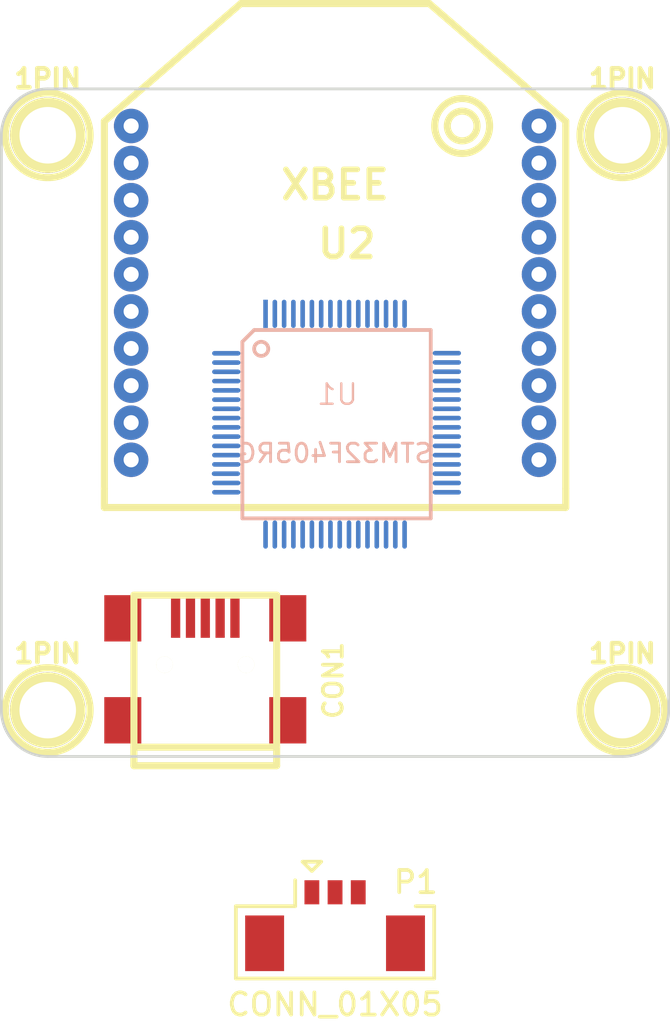
<source format=kicad_pcb>
(kicad_pcb (version 4) (host pcbnew "(2014-jul-16 BZR unknown)-product")

  (general
    (links 0)
    (no_connects 1)
    (area 67.884528 64.951499 106.230501 120.569001)
    (thickness 1.6)
    (drawings 8)
    (tracks 0)
    (zones 0)
    (modules 8)
    (nets 97)
  )

  (page A4)
  (layers
    (0 F.Cu signal)
    (31 B.Cu signal)
    (32 B.Adhes user)
    (33 F.Adhes user)
    (34 B.Paste user)
    (35 F.Paste user)
    (36 B.SilkS user)
    (37 F.SilkS user)
    (38 B.Mask user)
    (39 F.Mask user)
    (40 Dwgs.User user)
    (41 Cmts.User user)
    (42 Eco1.User user)
    (43 Eco2.User user)
    (44 Edge.Cuts user)
    (45 Margin user)
    (46 B.CrtYd user)
    (47 F.CrtYd user)
    (48 B.Fab user)
    (49 F.Fab user)
  )

  (setup
    (last_trace_width 0.254)
    (trace_clearance 0.254)
    (zone_clearance 0.508)
    (zone_45_only no)
    (trace_min 0.254)
    (segment_width 0.2)
    (edge_width 0.15)
    (via_size 0.889)
    (via_drill 0.635)
    (via_min_size 0.889)
    (via_min_drill 0.508)
    (uvia_size 0.508)
    (uvia_drill 0.127)
    (uvias_allowed no)
    (uvia_min_size 0.508)
    (uvia_min_drill 0.127)
    (pcb_text_width 0.3)
    (pcb_text_size 1 1)
    (mod_edge_width 0.15)
    (mod_text_size 1 1)
    (mod_text_width 0.15)
    (pad_size 4.064 4.064)
    (pad_drill 3.048)
    (pad_to_mask_clearance 0)
    (aux_axis_origin 0 0)
    (visible_elements FFFFFF7F)
    (pcbplotparams
      (layerselection 0x00030_80000001)
      (usegerberextensions false)
      (excludeedgelayer true)
      (linewidth 0.100000)
      (plotframeref false)
      (viasonmask false)
      (mode 1)
      (useauxorigin false)
      (hpglpennumber 1)
      (hpglpenspeed 20)
      (hpglpendiameter 15)
      (hpglpenoverlay 2)
      (psnegative false)
      (psa4output false)
      (plotreference true)
      (plotvalue true)
      (plotinvisibletext false)
      (padsonsilk false)
      (subtractmaskfromsilk false)
      (outputformat 1)
      (mirror false)
      (drillshape 0)
      (scaleselection 1)
      (outputdirectory ""))
  )

  (net 0 "")
  (net 1 "Net-(U1-Pad1)")
  (net 2 "Net-(U1-Pad2)")
  (net 3 "Net-(U1-Pad3)")
  (net 4 "Net-(U1-Pad4)")
  (net 5 "Net-(U1-Pad5)")
  (net 6 "Net-(U1-Pad6)")
  (net 7 "Net-(U1-Pad7)")
  (net 8 "Net-(U1-Pad8)")
  (net 9 "Net-(U1-Pad9)")
  (net 10 "Net-(U1-Pad10)")
  (net 11 "Net-(U1-Pad11)")
  (net 12 "Net-(U1-Pad12)")
  (net 13 "Net-(U1-Pad13)")
  (net 14 "Net-(U1-Pad14)")
  (net 15 "Net-(U1-Pad15)")
  (net 16 "Net-(U1-Pad16)")
  (net 17 "Net-(U1-Pad17)")
  (net 18 "Net-(U1-Pad18)")
  (net 19 "Net-(U1-Pad19)")
  (net 20 "Net-(U1-Pad20)")
  (net 21 "Net-(U1-Pad21)")
  (net 22 "Net-(U1-Pad22)")
  (net 23 "Net-(U1-Pad23)")
  (net 24 "Net-(U1-Pad24)")
  (net 25 "Net-(U1-Pad25)")
  (net 26 "Net-(U1-Pad26)")
  (net 27 "Net-(U1-Pad27)")
  (net 28 "Net-(U1-Pad28)")
  (net 29 "Net-(U1-Pad29)")
  (net 30 "Net-(U1-Pad30)")
  (net 31 "Net-(U1-Pad31)")
  (net 32 "Net-(U1-Pad32)")
  (net 33 "Net-(U1-Pad33)")
  (net 34 "Net-(U1-Pad34)")
  (net 35 "Net-(U1-Pad35)")
  (net 36 "Net-(U1-Pad36)")
  (net 37 "Net-(U1-Pad37)")
  (net 38 "Net-(U1-Pad38)")
  (net 39 "Net-(U1-Pad39)")
  (net 40 "Net-(U1-Pad40)")
  (net 41 "Net-(U1-Pad41)")
  (net 42 "Net-(U1-Pad42)")
  (net 43 "Net-(U1-Pad43)")
  (net 44 "Net-(U1-Pad44)")
  (net 45 "Net-(U1-Pad45)")
  (net 46 "Net-(U1-Pad46)")
  (net 47 "Net-(U1-Pad47)")
  (net 48 "Net-(U1-Pad48)")
  (net 49 "Net-(U1-Pad49)")
  (net 50 "Net-(U1-Pad50)")
  (net 51 "Net-(U1-Pad51)")
  (net 52 "Net-(U1-Pad52)")
  (net 53 "Net-(U1-Pad53)")
  (net 54 "Net-(U1-Pad54)")
  (net 55 "Net-(U1-Pad55)")
  (net 56 "Net-(U1-Pad56)")
  (net 57 "Net-(U1-Pad57)")
  (net 58 "Net-(U1-Pad58)")
  (net 59 "Net-(U1-Pad59)")
  (net 60 "Net-(U1-Pad60)")
  (net 61 "Net-(U1-Pad61)")
  (net 62 "Net-(U1-Pad62)")
  (net 63 "Net-(U1-Pad63)")
  (net 64 "Net-(U1-Pad64)")
  (net 65 "Net-(U2-Pad20)")
  (net 66 "Net-(U2-Pad16)")
  (net 67 "Net-(U2-Pad14)")
  (net 68 "Net-(U2-Pad15)")
  (net 69 "Net-(U2-Pad18)")
  (net 70 "Net-(U2-Pad17)")
  (net 71 "Net-(U2-Pad19)")
  (net 72 "Net-(U2-Pad12)")
  (net 73 "Net-(U2-Pad11)")
  (net 74 "Net-(U2-Pad13)")
  (net 75 "Net-(U2-Pad8)")
  (net 76 "Net-(U2-Pad10)")
  (net 77 "Net-(U2-Pad9)")
  (net 78 "Net-(U2-Pad2)")
  (net 79 "Net-(U2-Pad4)")
  (net 80 "Net-(U2-Pad3)")
  (net 81 "Net-(U2-Pad6)")
  (net 82 "Net-(U2-Pad7)")
  (net 83 "Net-(U2-Pad5)")
  (net 84 "Net-(U2-Pad1)")
  (net 85 "Net-(CON1-Pad1)")
  (net 86 "Net-(CON1-Pad2)")
  (net 87 "Net-(CON1-Pad3)")
  (net 88 "Net-(CON1-Pad4)")
  (net 89 "Net-(CON1-Pad5)")
  (net 90 "Net-(CON1-Pad6)")
  (net 91 "Net-(CON1-Pad7)")
  (net 92 "Net-(CON1-Pad8)")
  (net 93 "Net-(CON1-Pad9)")
  (net 94 "Net-(P1-Pad1)")
  (net 95 "Net-(P1-Pad2)")
  (net 96 "Net-(P1-Pad3)")

  (net_class Default "Dies ist die voreingestellte Netzklasse."
    (clearance 0.254)
    (trace_width 0.254)
    (via_dia 0.889)
    (via_drill 0.635)
    (uvia_dia 0.508)
    (uvia_drill 0.127)
    (add_net "Net-(CON1-Pad1)")
    (add_net "Net-(CON1-Pad2)")
    (add_net "Net-(CON1-Pad3)")
    (add_net "Net-(CON1-Pad4)")
    (add_net "Net-(CON1-Pad5)")
    (add_net "Net-(CON1-Pad6)")
    (add_net "Net-(CON1-Pad7)")
    (add_net "Net-(CON1-Pad8)")
    (add_net "Net-(CON1-Pad9)")
    (add_net "Net-(P1-Pad1)")
    (add_net "Net-(P1-Pad2)")
    (add_net "Net-(P1-Pad3)")
    (add_net "Net-(U1-Pad1)")
    (add_net "Net-(U1-Pad10)")
    (add_net "Net-(U1-Pad11)")
    (add_net "Net-(U1-Pad12)")
    (add_net "Net-(U1-Pad13)")
    (add_net "Net-(U1-Pad14)")
    (add_net "Net-(U1-Pad15)")
    (add_net "Net-(U1-Pad16)")
    (add_net "Net-(U1-Pad17)")
    (add_net "Net-(U1-Pad18)")
    (add_net "Net-(U1-Pad19)")
    (add_net "Net-(U1-Pad2)")
    (add_net "Net-(U1-Pad20)")
    (add_net "Net-(U1-Pad21)")
    (add_net "Net-(U1-Pad22)")
    (add_net "Net-(U1-Pad23)")
    (add_net "Net-(U1-Pad24)")
    (add_net "Net-(U1-Pad25)")
    (add_net "Net-(U1-Pad26)")
    (add_net "Net-(U1-Pad27)")
    (add_net "Net-(U1-Pad28)")
    (add_net "Net-(U1-Pad29)")
    (add_net "Net-(U1-Pad3)")
    (add_net "Net-(U1-Pad30)")
    (add_net "Net-(U1-Pad31)")
    (add_net "Net-(U1-Pad32)")
    (add_net "Net-(U1-Pad33)")
    (add_net "Net-(U1-Pad34)")
    (add_net "Net-(U1-Pad35)")
    (add_net "Net-(U1-Pad36)")
    (add_net "Net-(U1-Pad37)")
    (add_net "Net-(U1-Pad38)")
    (add_net "Net-(U1-Pad39)")
    (add_net "Net-(U1-Pad4)")
    (add_net "Net-(U1-Pad40)")
    (add_net "Net-(U1-Pad41)")
    (add_net "Net-(U1-Pad42)")
    (add_net "Net-(U1-Pad43)")
    (add_net "Net-(U1-Pad44)")
    (add_net "Net-(U1-Pad45)")
    (add_net "Net-(U1-Pad46)")
    (add_net "Net-(U1-Pad47)")
    (add_net "Net-(U1-Pad48)")
    (add_net "Net-(U1-Pad49)")
    (add_net "Net-(U1-Pad5)")
    (add_net "Net-(U1-Pad50)")
    (add_net "Net-(U1-Pad51)")
    (add_net "Net-(U1-Pad52)")
    (add_net "Net-(U1-Pad53)")
    (add_net "Net-(U1-Pad54)")
    (add_net "Net-(U1-Pad55)")
    (add_net "Net-(U1-Pad56)")
    (add_net "Net-(U1-Pad57)")
    (add_net "Net-(U1-Pad58)")
    (add_net "Net-(U1-Pad59)")
    (add_net "Net-(U1-Pad6)")
    (add_net "Net-(U1-Pad60)")
    (add_net "Net-(U1-Pad61)")
    (add_net "Net-(U1-Pad62)")
    (add_net "Net-(U1-Pad63)")
    (add_net "Net-(U1-Pad64)")
    (add_net "Net-(U1-Pad7)")
    (add_net "Net-(U1-Pad8)")
    (add_net "Net-(U1-Pad9)")
    (add_net "Net-(U2-Pad1)")
    (add_net "Net-(U2-Pad10)")
    (add_net "Net-(U2-Pad11)")
    (add_net "Net-(U2-Pad12)")
    (add_net "Net-(U2-Pad13)")
    (add_net "Net-(U2-Pad14)")
    (add_net "Net-(U2-Pad15)")
    (add_net "Net-(U2-Pad16)")
    (add_net "Net-(U2-Pad17)")
    (add_net "Net-(U2-Pad18)")
    (add_net "Net-(U2-Pad19)")
    (add_net "Net-(U2-Pad2)")
    (add_net "Net-(U2-Pad20)")
    (add_net "Net-(U2-Pad3)")
    (add_net "Net-(U2-Pad4)")
    (add_net "Net-(U2-Pad5)")
    (add_net "Net-(U2-Pad6)")
    (add_net "Net-(U2-Pad7)")
    (add_net "Net-(U2-Pad8)")
    (add_net "Net-(U2-Pad9)")
  )

  (module Connect:USB_MINI_B (layer F.Cu) (tedit 5460D81B) (tstamp 5460ECEA)
    (at 81 101.9 90)
    (descr "USB Mini-B 5-pin SMD connector")
    (tags "USB, Mini-B, connector")
    (path /5460D801)
    (fp_text reference CON1 (at 0 6.90118 90) (layer F.SilkS)
      (effects (font (size 1.016 1.016) (thickness 0.2032)))
    )
    (fp_text value USB-MICRO-B (at 0 -7.0993 90) (layer F.SilkS) hide
      (effects (font (size 1.016 1.016) (thickness 0.2032)))
    )
    (fp_line (start -3.59918 -3.85064) (end -3.59918 3.85064) (layer F.SilkS) (width 0.381))
    (fp_line (start -4.59994 -3.85064) (end -4.59994 3.85064) (layer F.SilkS) (width 0.381))
    (fp_line (start -4.59994 3.85064) (end 4.59994 3.85064) (layer F.SilkS) (width 0.381))
    (fp_line (start 4.59994 3.85064) (end 4.59994 -3.85064) (layer F.SilkS) (width 0.381))
    (fp_line (start 4.59994 -3.85064) (end -4.59994 -3.85064) (layer F.SilkS) (width 0.381))
    (pad 1 smd rect (at 3.44932 -1.6002 90) (size 2.30124 0.50038) (layers F.Cu F.Paste F.Mask)
      (net 85 "Net-(CON1-Pad1)"))
    (pad 2 smd rect (at 3.44932 -0.8001 90) (size 2.30124 0.50038) (layers F.Cu F.Paste F.Mask)
      (net 86 "Net-(CON1-Pad2)"))
    (pad 3 smd rect (at 3.44932 0 90) (size 2.30124 0.50038) (layers F.Cu F.Paste F.Mask)
      (net 87 "Net-(CON1-Pad3)"))
    (pad 4 smd rect (at 3.44932 0.8001 90) (size 2.30124 0.50038) (layers F.Cu F.Paste F.Mask)
      (net 88 "Net-(CON1-Pad4)"))
    (pad 5 smd rect (at 3.44932 1.6002 90) (size 2.30124 0.50038) (layers F.Cu F.Paste F.Mask)
      (net 89 "Net-(CON1-Pad5)"))
    (pad 6 smd rect (at 3.35026 -4.45008 90) (size 2.49936 1.99898) (layers F.Cu F.Paste F.Mask)
      (net 90 "Net-(CON1-Pad6)"))
    (pad 7 smd rect (at -2.14884 -4.45008 90) (size 2.49936 1.99898) (layers F.Cu F.Paste F.Mask)
      (net 91 "Net-(CON1-Pad7)"))
    (pad 8 smd rect (at 3.35026 4.45008 90) (size 2.49936 1.99898) (layers F.Cu F.Paste F.Mask)
      (net 92 "Net-(CON1-Pad8)"))
    (pad 9 smd rect (at -2.14884 4.45008 90) (size 2.49936 1.99898) (layers F.Cu F.Paste F.Mask)
      (net 93 "Net-(CON1-Pad9)"))
    (pad "" np_thru_hole circle (at 0.8509 -2.19964 90) (size 0.89916 0.89916) (drill 0.89916) (layers *.Cu *.Mask F.SilkS))
    (pad 2 np_thru_hole circle (at 0.8509 2.19964 90) (size 0.89916 0.89916) (drill 0.89916) (layers *.Cu *.Mask F.SilkS)
      (net 86 "Net-(CON1-Pad2)"))
  )

  (module SMD_Packages:TQFP-64 (layer B.Cu) (tedit 5460DF42) (tstamp 5460EB32)
    (at 88 88)
    (tags "TQFP64 TQFP SMD IC")
    (path /5460C69C)
    (fp_text reference U1 (at 0.127 -1.524) (layer B.SilkS)
      (effects (font (size 1.09982 1.09982) (thickness 0.127)) (justify mirror))
    )
    (fp_text value STM32F405RG (at 0 1.651) (layer B.SilkS)
      (effects (font (size 1.00076 1.00076) (thickness 0.1524)) (justify mirror))
    )
    (fp_circle (center -3.98272 -3.98272) (end -3.98272 -3.60172) (layer B.SilkS) (width 0.2032))
    (fp_line (start 5.16128 5.16128) (end -4.99872 5.16128) (layer B.SilkS) (width 0.2032))
    (fp_line (start -4.99872 5.16128) (end -4.99872 -4.36372) (layer B.SilkS) (width 0.2032))
    (fp_line (start -4.99872 -4.36372) (end -4.36372 -4.99872) (layer B.SilkS) (width 0.2032))
    (fp_line (start -4.36372 -4.99872) (end 5.16128 -4.99872) (layer B.SilkS) (width 0.2032))
    (fp_line (start 5.16128 -4.99872) (end 5.16128 5.16128) (layer B.SilkS) (width 0.2032))
    (pad 1 smd rect (at -3.74904 -5.86994) (size 0.24892 1.524) (layers B.Cu B.Paste B.Mask)
      (net 1 "Net-(U1-Pad1)"))
    (pad 2 smd oval (at -3.24866 -5.86994) (size 0.24892 1.524) (layers B.Cu B.Paste B.Mask)
      (net 2 "Net-(U1-Pad2)"))
    (pad 3 smd oval (at -2.74828 -5.86994) (size 0.24892 1.524) (layers B.Cu B.Paste B.Mask)
      (net 3 "Net-(U1-Pad3)"))
    (pad 4 smd oval (at -2.2479 -5.86994) (size 0.24892 1.524) (layers B.Cu B.Paste B.Mask)
      (net 4 "Net-(U1-Pad4)"))
    (pad 5 smd oval (at -1.74752 -5.86994) (size 0.24892 1.524) (layers B.Cu B.Paste B.Mask)
      (net 5 "Net-(U1-Pad5)"))
    (pad 6 smd oval (at -1.24968 -5.86994) (size 0.24892 1.524) (layers B.Cu B.Paste B.Mask)
      (net 6 "Net-(U1-Pad6)"))
    (pad 7 smd oval (at -0.7493 -5.86994) (size 0.24892 1.524) (layers B.Cu B.Paste B.Mask)
      (net 7 "Net-(U1-Pad7)"))
    (pad 8 smd oval (at -0.24892 -5.86994) (size 0.24892 1.524) (layers B.Cu B.Paste B.Mask)
      (net 8 "Net-(U1-Pad8)"))
    (pad 9 smd oval (at 0.25146 -5.86994) (size 0.24892 1.524) (layers B.Cu B.Paste B.Mask)
      (net 9 "Net-(U1-Pad9)"))
    (pad 10 smd oval (at 0.75184 -5.86994) (size 0.24892 1.524) (layers B.Cu B.Paste B.Mask)
      (net 10 "Net-(U1-Pad10)"))
    (pad 11 smd oval (at 1.25222 -5.86994) (size 0.24892 1.524) (layers B.Cu B.Paste B.Mask)
      (net 11 "Net-(U1-Pad11)"))
    (pad 12 smd oval (at 1.75006 -5.86994) (size 0.24892 1.524) (layers B.Cu B.Paste B.Mask)
      (net 12 "Net-(U1-Pad12)"))
    (pad 13 smd oval (at 2.25044 -5.86994) (size 0.24892 1.524) (layers B.Cu B.Paste B.Mask)
      (net 13 "Net-(U1-Pad13)"))
    (pad 14 smd oval (at 2.75082 -5.86994) (size 0.24892 1.524) (layers B.Cu B.Paste B.Mask)
      (net 14 "Net-(U1-Pad14)"))
    (pad 15 smd oval (at 3.2512 -5.86994) (size 0.24892 1.524) (layers B.Cu B.Paste B.Mask)
      (net 15 "Net-(U1-Pad15)"))
    (pad 16 smd oval (at 3.75158 -5.86994) (size 0.24892 1.524) (layers B.Cu B.Paste B.Mask)
      (net 16 "Net-(U1-Pad16)"))
    (pad 17 smd oval (at 6.0325 -3.74904) (size 1.524 0.24892) (layers B.Cu B.Paste B.Mask)
      (net 17 "Net-(U1-Pad17)"))
    (pad 18 smd oval (at 6.0325 -3.24866) (size 1.524 0.24892) (layers B.Cu B.Paste B.Mask)
      (net 18 "Net-(U1-Pad18)"))
    (pad 19 smd oval (at 6.0325 -2.74828) (size 1.524 0.24892) (layers B.Cu B.Paste B.Mask)
      (net 19 "Net-(U1-Pad19)"))
    (pad 20 smd oval (at 6.0325 -2.2479) (size 1.524 0.24892) (layers B.Cu B.Paste B.Mask)
      (net 20 "Net-(U1-Pad20)"))
    (pad 21 smd oval (at 6.0325 -1.74752) (size 1.524 0.24892) (layers B.Cu B.Paste B.Mask)
      (net 21 "Net-(U1-Pad21)"))
    (pad 22 smd oval (at 6.0325 -1.24968) (size 1.524 0.24892) (layers B.Cu B.Paste B.Mask)
      (net 22 "Net-(U1-Pad22)"))
    (pad 23 smd oval (at 6.0325 -0.7493) (size 1.524 0.24892) (layers B.Cu B.Paste B.Mask)
      (net 23 "Net-(U1-Pad23)"))
    (pad 24 smd oval (at 6.0325 -0.24892) (size 1.524 0.24892) (layers B.Cu B.Paste B.Mask)
      (net 24 "Net-(U1-Pad24)"))
    (pad 25 smd oval (at 6.0325 0.25146) (size 1.524 0.24892) (layers B.Cu B.Paste B.Mask)
      (net 25 "Net-(U1-Pad25)"))
    (pad 26 smd oval (at 6.0325 0.75184) (size 1.524 0.24892) (layers B.Cu B.Paste B.Mask)
      (net 26 "Net-(U1-Pad26)"))
    (pad 27 smd oval (at 6.0325 1.25222) (size 1.524 0.24892) (layers B.Cu B.Paste B.Mask)
      (net 27 "Net-(U1-Pad27)"))
    (pad 28 smd oval (at 6.0325 1.75006) (size 1.524 0.24892) (layers B.Cu B.Paste B.Mask)
      (net 28 "Net-(U1-Pad28)"))
    (pad 29 smd oval (at 6.0325 2.25044) (size 1.524 0.24892) (layers B.Cu B.Paste B.Mask)
      (net 29 "Net-(U1-Pad29)"))
    (pad 30 smd oval (at 6.0325 2.75082) (size 1.524 0.24892) (layers B.Cu B.Paste B.Mask)
      (net 30 "Net-(U1-Pad30)"))
    (pad 31 smd oval (at 6.0325 3.2512) (size 1.524 0.24892) (layers B.Cu B.Paste B.Mask)
      (net 31 "Net-(U1-Pad31)"))
    (pad 32 smd oval (at 6.0325 3.75158) (size 1.524 0.24892) (layers B.Cu B.Paste B.Mask)
      (net 32 "Net-(U1-Pad32)"))
    (pad 33 smd oval (at 3.75158 6.0325) (size 0.24892 1.524) (layers B.Cu B.Paste B.Mask)
      (net 33 "Net-(U1-Pad33)"))
    (pad 34 smd oval (at 3.2512 6.0325) (size 0.24892 1.524) (layers B.Cu B.Paste B.Mask)
      (net 34 "Net-(U1-Pad34)"))
    (pad 35 smd oval (at 2.75082 6.0325) (size 0.24892 1.524) (layers B.Cu B.Paste B.Mask)
      (net 35 "Net-(U1-Pad35)"))
    (pad 36 smd oval (at 2.25044 6.0325) (size 0.24892 1.524) (layers B.Cu B.Paste B.Mask)
      (net 36 "Net-(U1-Pad36)"))
    (pad 37 smd oval (at 1.75006 6.0325) (size 0.24892 1.524) (layers B.Cu B.Paste B.Mask)
      (net 37 "Net-(U1-Pad37)"))
    (pad 38 smd oval (at 1.25222 6.0325) (size 0.24892 1.524) (layers B.Cu B.Paste B.Mask)
      (net 38 "Net-(U1-Pad38)"))
    (pad 39 smd oval (at 0.75184 6.0325) (size 0.24892 1.524) (layers B.Cu B.Paste B.Mask)
      (net 39 "Net-(U1-Pad39)"))
    (pad 40 smd oval (at 0.25146 6.0325) (size 0.24892 1.524) (layers B.Cu B.Paste B.Mask)
      (net 40 "Net-(U1-Pad40)"))
    (pad 41 smd oval (at -0.24892 6.0325) (size 0.24892 1.524) (layers B.Cu B.Paste B.Mask)
      (net 41 "Net-(U1-Pad41)"))
    (pad 42 smd oval (at -0.7493 6.0325) (size 0.24892 1.524) (layers B.Cu B.Paste B.Mask)
      (net 42 "Net-(U1-Pad42)"))
    (pad 43 smd oval (at -1.24968 6.0325) (size 0.24892 1.524) (layers B.Cu B.Paste B.Mask)
      (net 43 "Net-(U1-Pad43)"))
    (pad 44 smd oval (at -1.74752 6.0325) (size 0.24892 1.524) (layers B.Cu B.Paste B.Mask)
      (net 44 "Net-(U1-Pad44)"))
    (pad 45 smd oval (at -2.2479 6.0325) (size 0.24892 1.524) (layers B.Cu B.Paste B.Mask)
      (net 45 "Net-(U1-Pad45)"))
    (pad 46 smd oval (at -2.74828 6.0325) (size 0.24892 1.524) (layers B.Cu B.Paste B.Mask)
      (net 46 "Net-(U1-Pad46)"))
    (pad 47 smd oval (at -3.24866 6.0325) (size 0.24892 1.524) (layers B.Cu B.Paste B.Mask)
      (net 47 "Net-(U1-Pad47)"))
    (pad 48 smd oval (at -3.74904 6.0325) (size 0.24892 1.524) (layers B.Cu B.Paste B.Mask)
      (net 48 "Net-(U1-Pad48)"))
    (pad 49 smd oval (at -5.86994 3.75158) (size 1.524 0.24892) (layers B.Cu B.Paste B.Mask)
      (net 49 "Net-(U1-Pad49)"))
    (pad 50 smd oval (at -5.86994 3.2512) (size 1.524 0.24892) (layers B.Cu B.Paste B.Mask)
      (net 50 "Net-(U1-Pad50)"))
    (pad 52 smd oval (at -5.86994 2.25044) (size 1.524 0.24892) (layers B.Cu B.Paste B.Mask)
      (net 52 "Net-(U1-Pad52)"))
    (pad 51 smd oval (at -5.88772 2.75082) (size 1.524 0.24892) (layers B.Cu B.Paste B.Mask)
      (net 51 "Net-(U1-Pad51)"))
    (pad 53 smd oval (at -5.86994 1.75006) (size 1.524 0.24892) (layers B.Cu B.Paste B.Mask)
      (net 53 "Net-(U1-Pad53)"))
    (pad 54 smd oval (at -5.86994 1.25222) (size 1.524 0.24892) (layers B.Cu B.Paste B.Mask)
      (net 54 "Net-(U1-Pad54)"))
    (pad 55 smd oval (at -5.86994 0.75184) (size 1.524 0.24892) (layers B.Cu B.Paste B.Mask)
      (net 55 "Net-(U1-Pad55)"))
    (pad 56 smd oval (at -5.86994 0.25146) (size 1.524 0.24892) (layers B.Cu B.Paste B.Mask)
      (net 56 "Net-(U1-Pad56)"))
    (pad 57 smd oval (at -5.86994 -0.24892) (size 1.524 0.24892) (layers B.Cu B.Paste B.Mask)
      (net 57 "Net-(U1-Pad57)"))
    (pad 58 smd oval (at -5.86994 -0.7493) (size 1.524 0.24892) (layers B.Cu B.Paste B.Mask)
      (net 58 "Net-(U1-Pad58)"))
    (pad 59 smd oval (at -5.86994 -1.24206) (size 1.524 0.24892) (layers B.Cu B.Paste B.Mask)
      (net 59 "Net-(U1-Pad59)"))
    (pad 60 smd oval (at -5.86994 -1.74244) (size 1.524 0.24892) (layers B.Cu B.Paste B.Mask)
      (net 60 "Net-(U1-Pad60)"))
    (pad 61 smd oval (at -5.86994 -2.24282) (size 1.524 0.24892) (layers B.Cu B.Paste B.Mask)
      (net 61 "Net-(U1-Pad61)"))
    (pad 62 smd oval (at -5.86994 -2.7432) (size 1.524 0.24892) (layers B.Cu B.Paste B.Mask)
      (net 62 "Net-(U1-Pad62)"))
    (pad 63 smd oval (at -5.86994 -3.24104) (size 1.524 0.24892) (layers B.Cu B.Paste B.Mask)
      (net 63 "Net-(U1-Pad63)"))
    (pad 64 smd oval (at -5.86994 -3.74142) (size 1.524 0.24892) (layers B.Cu B.Paste B.Mask)
      (net 64 "Net-(U1-Pad64)"))
    (model smd/TQFP_64.wrl
      (at (xyz 0 0 0.001))
      (scale (xyz 0.3937 0.3937 0.3937))
      (rotate (xyz 0 0 0))
    )
  )

  (module Connectors_Molex:Connector_Molex_PicoBlade_53398-0371 (layer F.Cu) (tedit 5460DF50) (tstamp 5460EB98)
    (at 88 116.075001)
    (descr "Molex PicoBlade 1.25mm shrouded header. Vertical, SMD. 3 ways")
    (path /5460DA67)
    (fp_text reference P1 (at 4.35 -3.3) (layer F.SilkS)
      (effects (font (size 1.2 1.2) (thickness 0.2)))
    )
    (fp_text value CONN_01X05 (at 0 3.3) (layer F.SilkS)
      (effects (font (size 1.2 1.2) (thickness 0.2)))
    )
    (fp_line (start -2.15 -3.4) (end -2.15 -2) (layer F.SilkS) (width 0.2))
    (fp_line (start -2.15 -2) (end -5.35 -2) (layer F.SilkS) (width 0.2))
    (fp_line (start -5.35 -2) (end -5.35 1.9) (layer F.SilkS) (width 0.2))
    (fp_line (start -5.35 1.9) (end 5.35 1.9) (layer F.SilkS) (width 0.2))
    (fp_line (start 5.35 1.9) (end 5.35 -2) (layer F.SilkS) (width 0.2))
    (fp_line (start 5.35 -2) (end 4.35 -2) (layer F.SilkS) (width 0.2))
    (fp_line (start -1.25 -3.9) (end -1.75 -4.4) (layer F.SilkS) (width 0.2))
    (fp_line (start -1.75 -4.4) (end -0.75 -4.4) (layer F.SilkS) (width 0.2))
    (fp_line (start -0.75 -4.4) (end -1.25 -3.9) (layer F.SilkS) (width 0.2))
    (fp_line (start -2.75 -2.1) (end -2.75 1.9) (layer F.Adhes) (width 0.2))
    (fp_line (start -2.75 1.9) (end 2.75 1.9) (layer F.Adhes) (width 0.2))
    (fp_line (start 2.75 1.9) (end 2.75 -2.1) (layer F.Adhes) (width 0.2))
    (fp_line (start 2.75 -2.1) (end -2.75 -2.1) (layer F.Adhes) (width 0.2))
    (fp_line (start 2.75 -1.5) (end 4.85 -1.5) (layer F.Adhes) (width 0.2))
    (fp_line (start 4.85 -1.5) (end 4.85 1.5) (layer F.Adhes) (width 0.2))
    (fp_line (start 4.85 1.5) (end 2.75 1.5) (layer F.Adhes) (width 0.2))
    (fp_line (start -2.75 -1.5) (end -4.85 -1.5) (layer F.Adhes) (width 0.2))
    (fp_line (start -4.85 -1.5) (end -4.85 1.5) (layer F.Adhes) (width 0.2))
    (fp_line (start -4.85 1.5) (end -2.75 1.5) (layer F.Adhes) (width 0.2))
    (fp_line (start -2.75 -2.1) (end -1.25 -0.6) (layer F.Adhes) (width 0.2))
    (fp_line (start -1.25 -0.6) (end 0.25 -2.1) (layer F.Adhes) (width 0.2))
    (pad 1 smd rect (at -1.25 -2.75) (size 0.8 1.3) (layers F.Cu F.Paste F.Mask)
      (net 94 "Net-(P1-Pad1)"))
    (pad 2 smd rect (at 0 -2.75) (size 0.8 1.3) (layers F.Cu F.Paste F.Mask)
      (net 95 "Net-(P1-Pad2)"))
    (pad 3 smd rect (at 1.25 -2.75) (size 0.8 1.3) (layers F.Cu F.Paste F.Mask)
      (net 96 "Net-(P1-Pad3)"))
    (pad "" smd rect (at -3.8 0) (size 2.1 3) (layers F.Cu F.Paste F.Mask))
    (pad "" smd rect (at 3.8 0) (size 2.1 3) (layers F.Cu F.Paste F.Mask))
  )

  (module Connect:1pin (layer F.Cu) (tedit 5460E55C) (tstamp 5460EF9B)
    (at 72.5 103.5)
    (descr "module 1 pin (ou trou mecanique de percage)")
    (tags DEV)
    (fp_text reference 1PIN (at 0 -3.048) (layer F.SilkS)
      (effects (font (size 1.016 1.016) (thickness 0.254)))
    )
    (fp_text value P*** (at 0 2.794) (layer F.SilkS) hide
      (effects (font (size 1.016 1.016) (thickness 0.254)))
    )
    (fp_circle (center 0 0) (end 0 -2.286) (layer F.SilkS) (width 0.381))
    (pad 1 thru_hole circle (at 0 0) (size 4.064 4.064) (drill 3.048) (layers *.Cu *.Mask F.SilkS))
  )

  (module Connect:1pin (layer F.Cu) (tedit 5460E576) (tstamp 5460EF9C)
    (at 103.5 103.5)
    (descr "module 1 pin (ou trou mecanique de percage)")
    (tags DEV)
    (fp_text reference 1PIN (at 0 -3.048) (layer F.SilkS)
      (effects (font (size 1.016 1.016) (thickness 0.254)))
    )
    (fp_text value P*** (at 0 2.794) (layer F.SilkS) hide
      (effects (font (size 1.016 1.016) (thickness 0.254)))
    )
    (fp_circle (center 0 0) (end 0 -2.286) (layer F.SilkS) (width 0.381))
    (pad 1 thru_hole circle (at 0 0) (size 4.064 4.064) (drill 3.048) (layers *.Cu *.Mask F.SilkS))
  )

  (module Connect:1pin (layer F.Cu) (tedit 5460E582) (tstamp 5460EF9D)
    (at 103.5 72.5)
    (descr "module 1 pin (ou trou mecanique de percage)")
    (tags DEV)
    (fp_text reference 1PIN (at 0 -3.048) (layer F.SilkS)
      (effects (font (size 1.016 1.016) (thickness 0.254)))
    )
    (fp_text value P*** (at 0 2.794) (layer F.SilkS) hide
      (effects (font (size 1.016 1.016) (thickness 0.254)))
    )
    (fp_circle (center 0 0) (end 0 -2.286) (layer F.SilkS) (width 0.381))
    (pad 1 thru_hole circle (at 0 0) (size 4.064 4.064) (drill 3.048) (layers *.Cu *.Mask F.SilkS))
  )

  (module XBee:XBee (layer F.Cu) (tedit 4C28F2EB) (tstamp 5460F047)
    (at 88 72)
    (path /5460D72E)
    (fp_text reference U2 (at 0.635 6.35) (layer F.SilkS)
      (effects (font (thickness 0.3048)))
    )
    (fp_text value XBEE (at 0 3.175) (layer F.SilkS)
      (effects (font (thickness 0.3048)))
    )
    (fp_line (start -12.446 19.558) (end -12.446 20.574) (layer F.SilkS) (width 0.381))
    (fp_line (start 12.446 19.558) (end 12.446 20.574) (layer F.SilkS) (width 0.381))
    (fp_circle (center 6.858 0) (end 7.62 0.254) (layer F.SilkS) (width 0.381))
    (fp_circle (center 6.858 0) (end 8.128 0.762) (layer F.SilkS) (width 0.381))
    (fp_line (start -12.446 19.558) (end -12.446 -0.254) (layer F.SilkS) (width 0.381))
    (fp_line (start 12.446 0) (end 12.446 -0.254) (layer F.SilkS) (width 0.381))
    (fp_line (start 12.446 19.558) (end 12.446 0) (layer F.SilkS) (width 0.381))
    (fp_line (start -12.446 20.574) (end 12.446 20.574) (layer F.SilkS) (width 0.381))
    (fp_line (start 12.446 -0.254) (end 5.08 -6.604) (layer F.SilkS) (width 0.381))
    (fp_line (start -12.446 -0.254) (end -5.08 -6.604) (layer F.SilkS) (width 0.381))
    (fp_line (start -5.08 -6.604) (end 5.08 -6.604) (layer F.SilkS) (width 0.381))
    (pad 20 thru_hole circle (at 11.00074 0) (size 1.85928 1.85928) (drill 0.8128) (layers *.Cu)
      (net 65 "Net-(U2-Pad20)"))
    (pad 16 thru_hole circle (at 11.00074 8.001) (size 1.85928 1.85928) (drill 0.8128) (layers *.Cu)
      (net 66 "Net-(U2-Pad16)"))
    (pad 14 thru_hole circle (at 11.00074 11.99896) (size 1.85928 1.85928) (drill 0.8128) (layers *.Cu)
      (net 67 "Net-(U2-Pad14)"))
    (pad 15 thru_hole circle (at 11.00074 9.99998) (size 1.85928 1.85928) (drill 0.8128) (layers *.Cu)
      (net 68 "Net-(U2-Pad15)"))
    (pad 18 thru_hole circle (at 11.00074 4.0005) (size 1.85928 1.85928) (drill 0.8128) (layers *.Cu)
      (net 69 "Net-(U2-Pad18)"))
    (pad 17 thru_hole circle (at 11.00074 5.99948) (size 1.85928 1.85928) (drill 0.8128) (layers *.Cu)
      (net 70 "Net-(U2-Pad17)"))
    (pad 19 thru_hole circle (at 11.00074 1.99898) (size 1.85928 1.85928) (drill 0.8128) (layers *.Cu)
      (net 71 "Net-(U2-Pad19)"))
    (pad 12 thru_hole circle (at 11.00074 15.99946) (size 1.85928 1.85928) (drill 0.8128) (layers *.Cu)
      (net 72 "Net-(U2-Pad12)"))
    (pad 11 thru_hole circle (at 11.00074 18.00098) (size 1.85928 1.85928) (drill 0.8128) (layers *.Cu)
      (net 73 "Net-(U2-Pad11)"))
    (pad 13 thru_hole circle (at 11.00074 14.00048) (size 1.85928 1.85928) (drill 0.8128) (layers *.Cu)
      (net 74 "Net-(U2-Pad13)"))
    (pad 8 thru_hole circle (at -11.00074 14.00048) (size 1.85928 1.85928) (drill 0.8128) (layers *.Cu)
      (net 75 "Net-(U2-Pad8)"))
    (pad 10 thru_hole circle (at -11.00074 18.00098) (size 1.85928 1.85928) (drill 0.8128) (layers *.Cu)
      (net 76 "Net-(U2-Pad10)"))
    (pad 9 thru_hole circle (at -11.00074 15.99946) (size 1.85928 1.85928) (drill 0.8128) (layers *.Cu)
      (net 77 "Net-(U2-Pad9)"))
    (pad 2 thru_hole circle (at -11.00074 1.99898) (size 1.85928 1.85928) (drill 0.8128) (layers *.Cu)
      (net 78 "Net-(U2-Pad2)"))
    (pad 4 thru_hole circle (at -11.00074 5.99948) (size 1.85928 1.85928) (drill 0.8128) (layers *.Cu)
      (net 79 "Net-(U2-Pad4)"))
    (pad 3 thru_hole circle (at -11.00074 4.0005) (size 1.85928 1.85928) (drill 0.8128) (layers *.Cu)
      (net 80 "Net-(U2-Pad3)"))
    (pad 6 thru_hole circle (at -11.00074 9.99998) (size 1.85928 1.85928) (drill 0.8128) (layers *.Cu)
      (net 81 "Net-(U2-Pad6)"))
    (pad 7 thru_hole circle (at -11.00074 11.99896) (size 1.85928 1.85928) (drill 0.8128) (layers *.Cu)
      (net 82 "Net-(U2-Pad7)"))
    (pad 5 thru_hole circle (at -11.00074 8.001) (size 1.85928 1.85928) (drill 0.8128) (layers *.Cu)
      (net 83 "Net-(U2-Pad5)"))
    (pad 1 thru_hole circle (at -11.00074 0) (size 1.85928 1.85928) (drill 0.8128) (layers *.Cu)
      (net 84 "Net-(U2-Pad1)"))
    (model Radio/Xbee.wrl
      (at (xyz 0 0 -0.1))
      (scale (xyz 1 1 1))
      (rotate (xyz 270 0 0))
    )
  )

  (module Connect:1pin (layer F.Cu) (tedit 5460E7FF) (tstamp 5460F077)
    (at 72.5 72.5)
    (descr "module 1 pin (ou trou mecanique de percage)")
    (tags DEV)
    (fp_text reference 1PIN (at 0 -3.048) (layer F.SilkS)
      (effects (font (size 1.016 1.016) (thickness 0.254)))
    )
    (fp_text value P*** (at 0 2.794) (layer F.SilkS) hide
      (effects (font (size 1.016 1.016) (thickness 0.254)))
    )
    (fp_circle (center 0 0) (end 0 -2.286) (layer F.SilkS) (width 0.381))
    (pad 1 thru_hole circle (at 0 0) (size 4.064 4.064) (drill 3.048) (layers *.Cu *.Mask F.SilkS))
  )

  (gr_line (start 70 103.5) (end 70 72.5) (layer Edge.Cuts) (width 0.15))
  (gr_line (start 103.5 106) (end 72.5 106) (layer Edge.Cuts) (width 0.15))
  (gr_line (start 106 72.5) (end 106 103.5) (layer Edge.Cuts) (width 0.15))
  (gr_line (start 72.5 70) (end 103.5 70) (layer Edge.Cuts) (width 0.15))
  (gr_arc (start 103.5 103.5) (end 106 103.5) (angle 90) (layer Edge.Cuts) (width 0.15))
  (gr_arc (start 72.5 103.5) (end 72.5 106) (angle 90) (layer Edge.Cuts) (width 0.15))
  (gr_arc (start 72.5 72.5) (end 70 72.5) (angle 90) (layer Edge.Cuts) (width 0.15))
  (gr_arc (start 103.5 72.5) (end 103.5 70) (angle 90) (layer Edge.Cuts) (width 0.15))

)

</source>
